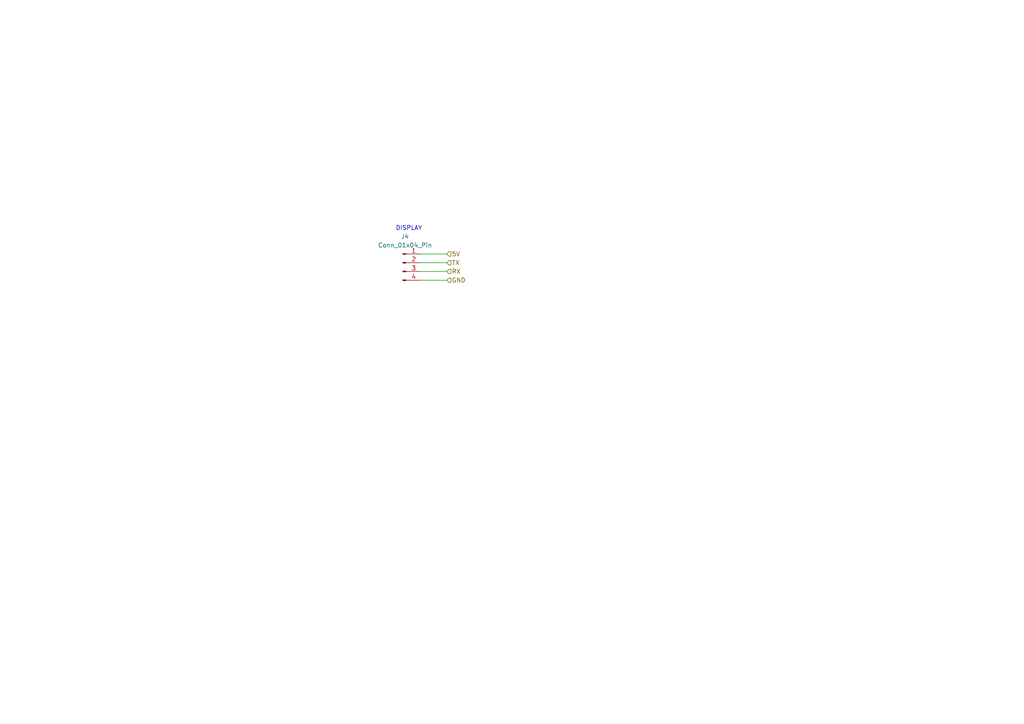
<source format=kicad_sch>
(kicad_sch (version 20231120) (generator "eeschema") (generator_version "8.0")
  (paper "A4")
  (lib_symbols
    (symbol "Connector:Conn_01x04_Pin" (pin_names (offset 1.016) hide)
      (property "Reference" "J" (at 0 5.08 0))
      (property "Value" "Conn_01x04_Pin" (at 0 -7.62 0))
      (symbol "Conn_01x04_Pin_1_1"
        (polyline (pts (xy 1.27 -5.08) (xy 0.8636 -5.08)) (stroke (width 0.1524)))
        (polyline (pts (xy 1.27 -2.54) (xy 0.8636 -2.54)) (stroke (width 0.1524)))
        (polyline (pts (xy 1.27 0) (xy 0.8636 0)) (stroke (width 0.1524)))
        (polyline (pts (xy 1.27 2.54) (xy 0.8636 2.54)) (stroke (width 0.1524)))
        (rectangle (start 0.8636 -4.953) (end 0 -5.207) (stroke (width 0.1524)) (fill (type outline)))
        (rectangle (start 0.8636 -2.413) (end 0 -2.667) (stroke (width 0.1524)) (fill (type outline)))
        (rectangle (start 0.8636 0.127) (end 0 -0.127) (stroke (width 0.1524)) (fill (type outline)))
        (rectangle (start 0.8636 2.667) (end 0 2.413) (stroke (width 0.1524)) (fill (type outline)))
        (pin passive line (at 5.08 2.54 180) (length 3.81) (name "Pin_1") (number "1"))
        (pin passive line (at 5.08 0 180) (length 3.81) (name "Pin_2") (number "2"))
        (pin passive line (at 5.08 -2.54 180) (length 3.81) (name "Pin_3") (number "3"))
        (pin passive line (at 5.08 -5.08 180) (length 3.81) (name "Pin_4") (number "4"))
      )
    )
  )
  (wire (pts (xy 121.92 73.66) (xy 129.54 73.66)))
  (wire (pts (xy 121.92 78.74) (xy 129.54 78.74)))
  (wire (pts (xy 121.92 76.2) (xy 129.54 76.2)))
  (wire (pts (xy 121.92 81.28) (xy 129.54 81.28)))
  (text "DISPLAY\n" (at 118.618 66.294 0) (effects (font (size 1.27 1.27))))
  (hierarchical_label "5V" (shape input) (at 129.54 73.66 0))
  (hierarchical_label "RX" (shape input) (at 129.54 78.74 0))
  (hierarchical_label "GND" (shape input) (at 129.54 81.28 0))
  (hierarchical_label "TX" (shape input) (at 129.54 76.2 0))
  (symbol (lib_id "Connector:Conn_01x04_Pin") (at 116.84 76.2 0) (unit 1)
    (property "Reference" "J4" (at 117.475 68.58 0))
    (property "Value" "Conn_01x04_Pin" (at 117.475 71.12 0))
    (property "Footprint" "Connector_JST:JST_EH_B4B-EH-A_1x04_P2.50mm_Vertical" (effects (hide yes)))
    (property "Description" "Generic connector, single row, 01x04, script generated" (effects (hide yes)))
  )
)
</source>
